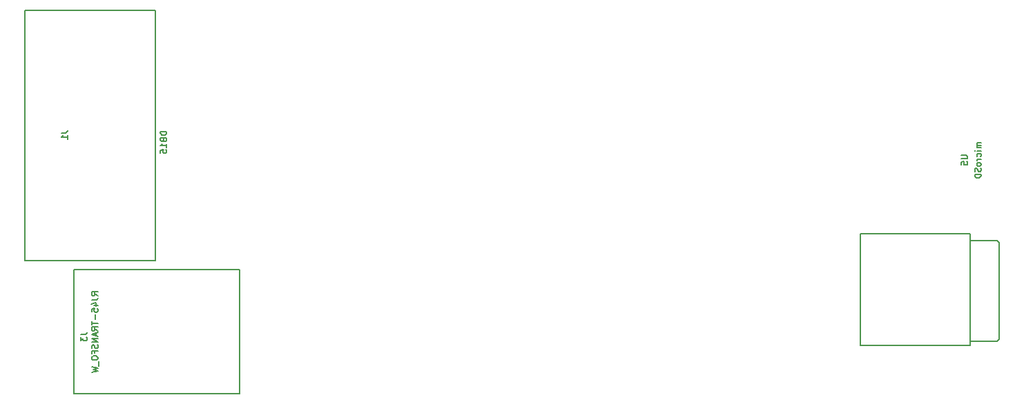
<source format=gbo>
%FSLAX46Y46*%
G04 Gerber Fmt 4.6, Leading zero omitted, Abs format (unit mm)*
G04 Created by KiCad (PCBNEW (2014-08-12 BZR 5067)-product) date lun 25 ago 2014 16:59:38 ART*
%MOMM*%
G01*
G04 APERTURE LIST*
%ADD10C,0.150000*%
%ADD11C,0.149860*%
%ADD12C,0.127000*%
G04 APERTURE END LIST*
D10*
D11*
X92805250Y-112871250D02*
X92805250Y-105251250D01*
X92805250Y-105251250D02*
X113125250Y-105251250D01*
X113125250Y-105251250D02*
X113125250Y-120491250D01*
X113125250Y-120491250D02*
X92805250Y-120491250D01*
X92805250Y-120491250D02*
X92805250Y-112871250D01*
X102804500Y-73372000D02*
X102804500Y-104172000D01*
X102804500Y-104172000D02*
X86804500Y-104172000D01*
X86804500Y-104172000D02*
X86804500Y-73372000D01*
X86804500Y-73372000D02*
X102804500Y-73372000D01*
X205962250Y-114014250D02*
X206216250Y-113760250D01*
X205987650Y-101695250D02*
X206216250Y-101949250D01*
X206216250Y-113760250D02*
X206216250Y-101949250D01*
X202660250Y-114014250D02*
X205962250Y-114014250D01*
X202660250Y-101695250D02*
X205962250Y-101695250D01*
X202660250Y-100806250D02*
X202660250Y-114522250D01*
X202660250Y-114522250D02*
X189198250Y-114522250D01*
X189198250Y-114522250D02*
X189198250Y-100806250D01*
X189198250Y-100806250D02*
X202660250Y-100806250D01*
D12*
X93626214Y-113233201D02*
X94170500Y-113233201D01*
X94279357Y-113196915D01*
X94351929Y-113124344D01*
X94388214Y-113015487D01*
X94388214Y-112942915D01*
X93626214Y-113523486D02*
X93626214Y-113995200D01*
X93916500Y-113741200D01*
X93916500Y-113850058D01*
X93952786Y-113922629D01*
X93989071Y-113958915D01*
X94061643Y-113995200D01*
X94243071Y-113995200D01*
X94315643Y-113958915D01*
X94351929Y-113922629D01*
X94388214Y-113850058D01*
X94388214Y-113632343D01*
X94351929Y-113559772D01*
X94315643Y-113523486D01*
X95734414Y-108414458D02*
X95371557Y-108160458D01*
X95734414Y-107979030D02*
X94972414Y-107979030D01*
X94972414Y-108269315D01*
X95008700Y-108341887D01*
X95044986Y-108378172D01*
X95117557Y-108414458D01*
X95226414Y-108414458D01*
X95298986Y-108378172D01*
X95335271Y-108341887D01*
X95371557Y-108269315D01*
X95371557Y-107979030D01*
X94972414Y-108958744D02*
X95516700Y-108958744D01*
X95625557Y-108922458D01*
X95698129Y-108849887D01*
X95734414Y-108741030D01*
X95734414Y-108668458D01*
X95226414Y-109648172D02*
X95734414Y-109648172D01*
X94936129Y-109466743D02*
X95480414Y-109285315D01*
X95480414Y-109757029D01*
X94972414Y-110410172D02*
X94972414Y-110047315D01*
X95335271Y-110011029D01*
X95298986Y-110047315D01*
X95262700Y-110119886D01*
X95262700Y-110301315D01*
X95298986Y-110373886D01*
X95335271Y-110410172D01*
X95407843Y-110446457D01*
X95589271Y-110446457D01*
X95661843Y-110410172D01*
X95698129Y-110373886D01*
X95734414Y-110301315D01*
X95734414Y-110119886D01*
X95698129Y-110047315D01*
X95661843Y-110011029D01*
X95444129Y-110773029D02*
X95444129Y-111353600D01*
X94972414Y-111607600D02*
X94972414Y-112043029D01*
X95734414Y-111825315D02*
X94972414Y-111825315D01*
X95734414Y-112732457D02*
X95371557Y-112478457D01*
X95734414Y-112297029D02*
X94972414Y-112297029D01*
X94972414Y-112587314D01*
X95008700Y-112659886D01*
X95044986Y-112696171D01*
X95117557Y-112732457D01*
X95226414Y-112732457D01*
X95298986Y-112696171D01*
X95335271Y-112659886D01*
X95371557Y-112587314D01*
X95371557Y-112297029D01*
X95516700Y-113022743D02*
X95516700Y-113385600D01*
X95734414Y-112950171D02*
X94972414Y-113204171D01*
X95734414Y-113458171D01*
X95734414Y-113712172D02*
X94972414Y-113712172D01*
X95734414Y-114147600D01*
X94972414Y-114147600D01*
X95698129Y-114474172D02*
X95734414Y-114583029D01*
X95734414Y-114764458D01*
X95698129Y-114837029D01*
X95661843Y-114873315D01*
X95589271Y-114909600D01*
X95516700Y-114909600D01*
X95444129Y-114873315D01*
X95407843Y-114837029D01*
X95371557Y-114764458D01*
X95335271Y-114619315D01*
X95298986Y-114546743D01*
X95262700Y-114510458D01*
X95190129Y-114474172D01*
X95117557Y-114474172D01*
X95044986Y-114510458D01*
X95008700Y-114546743D01*
X94972414Y-114619315D01*
X94972414Y-114800743D01*
X95008700Y-114909600D01*
X95335271Y-115490172D02*
X95335271Y-115236172D01*
X95734414Y-115236172D02*
X94972414Y-115236172D01*
X94972414Y-115599029D01*
X94972414Y-116034457D02*
X94972414Y-116179600D01*
X95008700Y-116252172D01*
X95081271Y-116324743D01*
X95226414Y-116361029D01*
X95480414Y-116361029D01*
X95625557Y-116324743D01*
X95698129Y-116252172D01*
X95734414Y-116179600D01*
X95734414Y-116034457D01*
X95698129Y-115961886D01*
X95625557Y-115889315D01*
X95480414Y-115853029D01*
X95226414Y-115853029D01*
X95081271Y-115889315D01*
X95008700Y-115961886D01*
X94972414Y-116034457D01*
X95806986Y-116506172D02*
X95806986Y-117086743D01*
X94972414Y-117195600D02*
X95734414Y-117377029D01*
X95190129Y-117522172D01*
X95734414Y-117667314D01*
X94972414Y-117848743D01*
X91238614Y-88442801D02*
X91782900Y-88442801D01*
X91891757Y-88406515D01*
X91964329Y-88333944D01*
X92000614Y-88225087D01*
X92000614Y-88152515D01*
X92000614Y-89204800D02*
X92000614Y-88769372D01*
X92000614Y-88987086D02*
X91238614Y-88987086D01*
X91347471Y-88914515D01*
X91420043Y-88841943D01*
X91456329Y-88769372D01*
X104167214Y-88304915D02*
X103405214Y-88304915D01*
X103405214Y-88486343D01*
X103441500Y-88595200D01*
X103514071Y-88667772D01*
X103586643Y-88704057D01*
X103731786Y-88740343D01*
X103840643Y-88740343D01*
X103985786Y-88704057D01*
X104058357Y-88667772D01*
X104130929Y-88595200D01*
X104167214Y-88486343D01*
X104167214Y-88304915D01*
X103768071Y-89320915D02*
X103804357Y-89429772D01*
X103840643Y-89466057D01*
X103913214Y-89502343D01*
X104022071Y-89502343D01*
X104094643Y-89466057D01*
X104130929Y-89429772D01*
X104167214Y-89357200D01*
X104167214Y-89066915D01*
X103405214Y-89066915D01*
X103405214Y-89320915D01*
X103441500Y-89393486D01*
X103477786Y-89429772D01*
X103550357Y-89466057D01*
X103622929Y-89466057D01*
X103695500Y-89429772D01*
X103731786Y-89393486D01*
X103768071Y-89320915D01*
X103768071Y-89066915D01*
X104167214Y-90228057D02*
X104167214Y-89792629D01*
X104167214Y-90010343D02*
X103405214Y-90010343D01*
X103514071Y-89937772D01*
X103586643Y-89865200D01*
X103622929Y-89792629D01*
X103405214Y-90917486D02*
X103405214Y-90554629D01*
X103768071Y-90518343D01*
X103731786Y-90554629D01*
X103695500Y-90627200D01*
X103695500Y-90808629D01*
X103731786Y-90881200D01*
X103768071Y-90917486D01*
X103840643Y-90953771D01*
X104022071Y-90953771D01*
X104094643Y-90917486D01*
X104130929Y-90881200D01*
X104167214Y-90808629D01*
X104167214Y-90627200D01*
X104130929Y-90554629D01*
X104094643Y-90518343D01*
X201607964Y-91208679D02*
X202224821Y-91208679D01*
X202297393Y-91244964D01*
X202333679Y-91281250D01*
X202369964Y-91353821D01*
X202369964Y-91498964D01*
X202333679Y-91571536D01*
X202297393Y-91607821D01*
X202224821Y-91644107D01*
X201607964Y-91644107D01*
X201607964Y-92369822D02*
X201607964Y-92006965D01*
X201970821Y-91970679D01*
X201934536Y-92006965D01*
X201898250Y-92079536D01*
X201898250Y-92260965D01*
X201934536Y-92333536D01*
X201970821Y-92369822D01*
X202043393Y-92406107D01*
X202224821Y-92406107D01*
X202297393Y-92369822D01*
X202333679Y-92333536D01*
X202369964Y-92260965D01*
X202369964Y-92079536D01*
X202333679Y-92006965D01*
X202297393Y-91970679D01*
X204020964Y-89630251D02*
X203512964Y-89630251D01*
X203585536Y-89630251D02*
X203549250Y-89666536D01*
X203512964Y-89739108D01*
X203512964Y-89847965D01*
X203549250Y-89920536D01*
X203621821Y-89956822D01*
X204020964Y-89956822D01*
X203621821Y-89956822D02*
X203549250Y-89993108D01*
X203512964Y-90065679D01*
X203512964Y-90174536D01*
X203549250Y-90247108D01*
X203621821Y-90283393D01*
X204020964Y-90283393D01*
X204020964Y-90646251D02*
X203512964Y-90646251D01*
X203258964Y-90646251D02*
X203295250Y-90609965D01*
X203331536Y-90646251D01*
X203295250Y-90682536D01*
X203258964Y-90646251D01*
X203331536Y-90646251D01*
X203984679Y-91335679D02*
X204020964Y-91263108D01*
X204020964Y-91117965D01*
X203984679Y-91045393D01*
X203948393Y-91009108D01*
X203875821Y-90972822D01*
X203658107Y-90972822D01*
X203585536Y-91009108D01*
X203549250Y-91045393D01*
X203512964Y-91117965D01*
X203512964Y-91263108D01*
X203549250Y-91335679D01*
X204020964Y-91662251D02*
X203512964Y-91662251D01*
X203658107Y-91662251D02*
X203585536Y-91698536D01*
X203549250Y-91734822D01*
X203512964Y-91807393D01*
X203512964Y-91879965D01*
X204020964Y-92242822D02*
X203984679Y-92170250D01*
X203948393Y-92133965D01*
X203875821Y-92097679D01*
X203658107Y-92097679D01*
X203585536Y-92133965D01*
X203549250Y-92170250D01*
X203512964Y-92242822D01*
X203512964Y-92351679D01*
X203549250Y-92424250D01*
X203585536Y-92460536D01*
X203658107Y-92496822D01*
X203875821Y-92496822D01*
X203948393Y-92460536D01*
X203984679Y-92424250D01*
X204020964Y-92351679D01*
X204020964Y-92242822D01*
X203984679Y-92787108D02*
X204020964Y-92895965D01*
X204020964Y-93077394D01*
X203984679Y-93149965D01*
X203948393Y-93186251D01*
X203875821Y-93222536D01*
X203803250Y-93222536D01*
X203730679Y-93186251D01*
X203694393Y-93149965D01*
X203658107Y-93077394D01*
X203621821Y-92932251D01*
X203585536Y-92859679D01*
X203549250Y-92823394D01*
X203476679Y-92787108D01*
X203404107Y-92787108D01*
X203331536Y-92823394D01*
X203295250Y-92859679D01*
X203258964Y-92932251D01*
X203258964Y-93113679D01*
X203295250Y-93222536D01*
X204020964Y-93549108D02*
X203258964Y-93549108D01*
X203258964Y-93730536D01*
X203295250Y-93839393D01*
X203367821Y-93911965D01*
X203440393Y-93948250D01*
X203585536Y-93984536D01*
X203694393Y-93984536D01*
X203839536Y-93948250D01*
X203912107Y-93911965D01*
X203984679Y-93839393D01*
X204020964Y-93730536D01*
X204020964Y-93549108D01*
M02*

</source>
